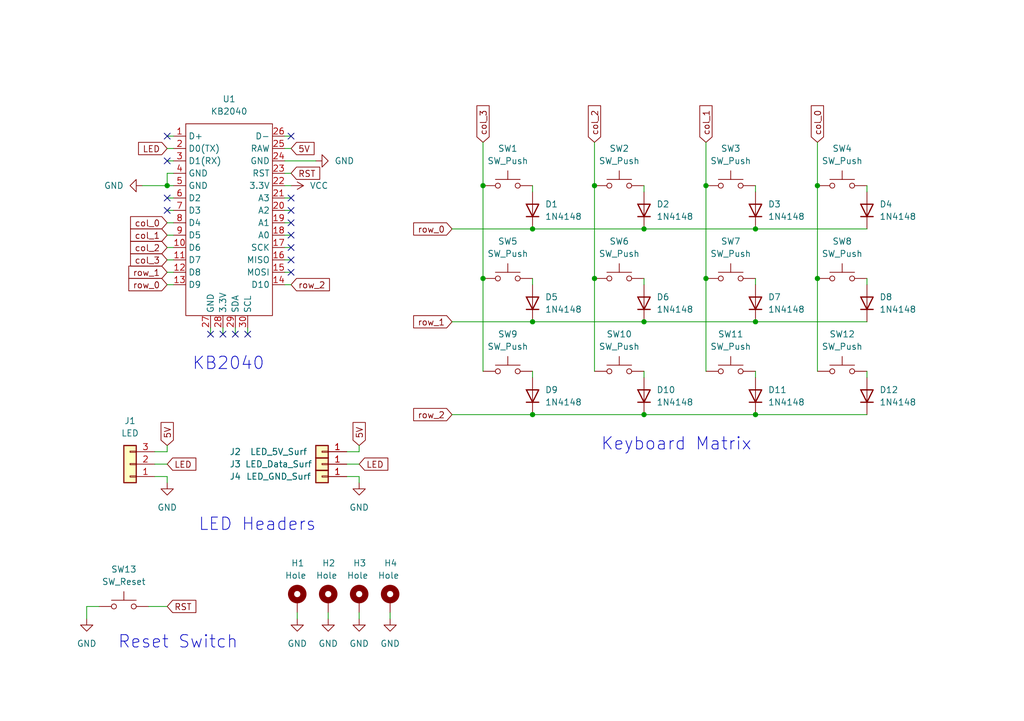
<source format=kicad_sch>
(kicad_sch (version 20211123) (generator eeschema)
  (paper "A5")
  (title_block (title "BackRowPad Schematic") (date "2023-03-19") (rev "0"))
  (lib_symbols
    (symbol "Connector_Generic:Conn_01x01" (pin_names (offset 1.016) hide)
      (property "Reference" "J" (at 0 2.54 0))
      (property "Value" "Conn_01x01" (at 0 -2.54 0))
      (symbol "Conn_01x01_1_1"
        (rectangle (start -1.27 0.127) (end 0 -0.127) (stroke (width 0.1524)))
        (rectangle (start -1.27 1.27) (end 1.27 -1.27) (stroke (width 0.254)) (fill (type background)))
        (pin passive line (at -5.08 0 0) (length 3.81) (name "Pin_1") (number "1"))
      )
    )
    (symbol "Connector_Generic:Conn_01x03" (pin_names (offset 1.016) hide)
      (property "Reference" "J" (at 0 5.08 0))
      (property "Value" "Conn_01x03" (at 0 -5.08 0))
      (symbol "Conn_01x03_1_1"
        (rectangle (start -1.27 -2.413) (end 0 -2.667) (stroke (width 0.1524)))
        (rectangle (start -1.27 0.127) (end 0 -0.127) (stroke (width 0.1524)))
        (rectangle (start -1.27 2.667) (end 0 2.413) (stroke (width 0.1524)))
        (rectangle (start -1.27 3.81) (end 1.27 -3.81) (stroke (width 0.254)) (fill (type background)))
        (pin passive line (at -5.08 2.54 0) (length 3.81) (name "Pin_1") (number "1"))
        (pin passive line (at -5.08 0 0) (length 3.81) (name "Pin_2") (number "2"))
        (pin passive line (at -5.08 -2.54 0) (length 3.81) (name "Pin_3") (number "3"))
      )
    )
    (symbol "Diode:1N4148" (pin_numbers hide) (pin_names hide)
      (property "Reference" "D" (at 0 2.54 0))
      (property "Value" "1N4148" (at 0 -2.54 0))
      (symbol "1N4148_0_1"
        (polyline (pts (xy -1.27 1.27) (xy -1.27 -1.27)) (stroke (width 0.254)))
        (polyline (pts (xy 1.27 0) (xy -1.27 0)))
        (polyline (pts (xy 1.27 1.27) (xy 1.27 -1.27) (xy -1.27 0) (xy 1.27 1.27)) (stroke (width 0.254)))
      )
      (symbol "1N4148_1_1"
        (pin passive line (at -3.81 0 0) (length 2.54) (name "K") (number "1"))
        (pin passive line (at 3.81 0 180) (length 2.54) (name "A") (number "2"))
      )
    )
    (symbol "Mechanical:MountingHole_Pad" (pin_numbers hide) (pin_names (offset 1.016) hide)
      (property "Reference" "H" (at 0 6.35 0))
      (property "Value" "MountingHole_Pad" (at 0 4.445 0))
      (symbol "MountingHole_Pad_0_1"
        (circle (center 0 1.27) (radius 1.27) (stroke (width 1.27)))
      )
      (symbol "MountingHole_Pad_1_1"
        (pin input line (at 0 -2.54 90) (length 2.54) (name "1") (number "1"))
      )
    )
    (symbol "RaspberryPi:KB2040"
      (property "Reference" "U" (at 0 20.32 0))
      (property "Value" "KB2040" (at 0 16.51 0))
      (symbol "KB2040_0_1"
        (rectangle (start -8.89 17.78) (end 8.89 -21.59))
      )
      (symbol "KB2040_1_1"
        (pin passive line (at -11.43 15.24 0) (length 2.54) (name "D+") (number "1"))
        (pin passive line (at -11.43 -7.62 0) (length 2.54) (name "D6") (number "10"))
        (pin passive line (at -11.43 -10.16 0) (length 2.54) (name "D7") (number "11"))
        (pin passive line (at -11.43 -12.7 0) (length 2.54) (name "D8") (number "12"))
        (pin passive line (at -11.43 -15.24 0) (length 2.54) (name "D9") (number "13"))
        (pin passive line (at 11.43 -15.24 180) (length 2.54) (name "D10") (number "14"))
        (pin passive line (at 11.43 -12.7 180) (length 2.54) (name "MOSI") (number "15"))
        (pin passive line (at 11.43 -10.16 180) (length 2.54) (name "MISO") (number "16"))
        (pin passive line (at 11.43 -7.62 180) (length 2.54) (name "SCK") (number "17"))
        (pin passive line (at 11.43 -5.08 180) (length 2.54) (name "A0") (number "18"))
        (pin passive line (at 11.43 -2.54 180) (length 2.54) (name "A1") (number "19"))
        (pin passive line (at -11.43 12.7 0) (length 2.54) (name "D0(TX)") (number "2"))
        (pin passive line (at 11.43 0 180) (length 2.54) (name "A2") (number "20"))
        (pin passive line (at 11.43 2.54 180) (length 2.54) (name "A3") (number "21"))
        (pin passive line (at 11.43 5.08 180) (length 2.54) (name "3.3V") (number "22"))
        (pin passive line (at 11.43 7.62 180) (length 2.54) (name "RST") (number "23"))
        (pin passive line (at 11.43 10.16 180) (length 2.54) (name "GND") (number "24"))
        (pin passive line (at 11.43 12.7 180) (length 2.54) (name "RAW") (number "25"))
        (pin passive line (at 11.43 15.24 180) (length 2.54) (name "D-") (number "26"))
        (pin passive line (at -3.81 -24.13 90) (length 2.54) (name "GND") (number "27"))
        (pin passive line (at -1.27 -24.13 90) (length 2.54) (name "3.3V") (number "28"))
        (pin passive line (at 1.27 -24.13 90) (length 2.54) (name "SDA") (number "29"))
        (pin passive line (at -11.43 10.16 0) (length 2.54) (name "D1(RX)") (number "3"))
        (pin passive line (at 3.81 -24.13 90) (length 2.54) (name "SCL") (number "30"))
        (pin passive line (at -11.43 7.62 0) (length 2.54) (name "GND") (number "4"))
        (pin passive line (at -11.43 5.08 0) (length 2.54) (name "GND") (number "5"))
        (pin passive line (at -11.43 2.54 0) (length 2.54) (name "D2") (number "6"))
        (pin passive line (at -11.43 0 0) (length 2.54) (name "D3") (number "7"))
        (pin passive line (at -11.43 -2.54 0) (length 2.54) (name "D4") (number "8"))
        (pin passive line (at -11.43 -5.08 0) (length 2.54) (name "D5") (number "9"))
      )
    )
    (symbol "Switch:SW_Push" (pin_numbers hide) (pin_names (offset 1.016) hide)
      (property "Reference" "SW" (at 1.27 2.54 0))
      (property "Value" "SW_Push" (at 0 -1.524 0))
      (symbol "SW_Push_0_1"
        (circle (center -2.032 0) (radius 0.508))
        (polyline (pts (xy 0 1.27) (xy 0 3.048)))
        (polyline (pts (xy 2.54 1.27) (xy -2.54 1.27)))
        (circle (center 2.032 0) (radius 0.508))
        (pin passive line (at -5.08 0 0) (length 2.54) (name "1") (number "1"))
        (pin passive line (at 5.08 0 180) (length 2.54) (name "2") (number "2"))
      )
    )
    (symbol "power:GND" (power) (pin_names (offset 0))
      (property "Value" "GND" (at 0 -3.81 0))
      (symbol "GND_0_1"
        (polyline (pts (xy 0 0) (xy 0 -1.27) (xy 1.27 -1.27) (xy 0 -2.54) (xy -1.27 -1.27) (xy 0 -1.27)))
      )
      (symbol "GND_1_1"
        (pin power_in line (at 0 0 270) (length 0) hide (name "GND") (number "1"))
      )
    )
    (symbol "power:PWR_FLAG" (power) (pin_numbers hide) (pin_names (offset 0) hide)
      (property "Value" "PWR_FLAG" (at 0 3.81 0))
      (symbol "PWR_FLAG_0_0"
        (pin power_out line (at 0 0 90) (length 0) (name "pwr") (number "1"))
      )
      (symbol "PWR_FLAG_0_1"
        (polyline (pts (xy 0 0) (xy 0 1.27) (xy -1.016 1.905) (xy 0 2.54) (xy 1.016 1.905) (xy 0 1.27)))
      )
    )
    (symbol "power:VCC" (power) (pin_names (offset 0))
      (property "Value" "VCC" (at 0 3.81 0))
      (symbol "VCC_0_1"
        (polyline (pts (xy -0.762 1.27) (xy 0 2.54)))
        (polyline (pts (xy 0 0) (xy 0 2.54)))
        (polyline (pts (xy 0 2.54) (xy 0.762 1.27)))
      )
      (symbol "VCC_1_1"
        (pin power_in line (at 0 0 90) (length 0) hide (name "VCC") (number "1"))
      )
    )
  )
  (junction (at 154.94 85.09))
  (junction (at 99.06 57.15))
  (junction (at 109.22 85.09))
  (junction (at 167.64 38.1))
  (junction (at 34.29 38.1))
  (junction (at 154.94 46.99))
  (junction (at 144.78 57.15))
  (junction (at 144.78 38.1))
  (junction (at 154.94 66.04))
  (junction (at 109.22 46.99))
  (junction (at 109.22 66.04))
  (junction (at 132.08 85.09))
  (junction (at 99.06 38.1))
  (junction (at 121.92 57.15))
  (junction (at 132.08 66.04))
  (junction (at 167.64 57.15))
  (junction (at 121.92 38.1))
  (junction (at 132.08 46.99))
  (no_connect (at 59.69 50.8))
  (no_connect (at 59.69 27.94))
  (no_connect (at 59.69 45.72))
  (no_connect (at 59.69 55.88))
  (no_connect (at 59.69 43.18))
  (no_connect (at 59.69 40.64))
  (no_connect (at 48.26 68.58))
  (no_connect (at 45.72 68.58))
  (no_connect (at 43.18 68.58))
  (no_connect (at 59.69 53.34))
  (no_connect (at 50.8 68.58))
  (no_connect (at 34.29 43.18))
  (no_connect (at 34.29 33.02))
  (no_connect (at 34.29 27.94))
  (no_connect (at 34.29 40.64))
  (no_connect (at 59.69 48.26))
  (wire (pts (xy 71.12 92.71) (xy 73.66 92.71)))
  (wire (pts (xy 144.78 29.21) (xy 144.78 38.1)))
  (wire (pts (xy 17.78 124.46) (xy 17.78 127)))
  (wire (pts (xy 34.29 43.18) (xy 35.56 43.18)))
  (wire (pts (xy 31.75 97.79) (xy 34.29 97.79)))
  (wire (pts (xy 276.86 152.4) (xy 276.86 157.48)))
  (wire (pts (xy 154.94 76.2) (xy 154.94 77.47)))
  (wire (pts (xy 58.42 58.42) (xy 59.69 58.42)))
  (wire (pts (xy 20.32 124.46) (xy 17.78 124.46)))
  (wire (pts (xy 31.75 92.71) (xy 34.29 92.71)))
  (wire (pts (xy 43.18 67.31) (xy 43.18 68.58)))
  (wire (pts (xy 34.29 97.79) (xy 34.29 99.06)))
  (wire (pts (xy 154.94 66.04) (xy 177.8 66.04)))
  (wire (pts (xy 34.29 40.64) (xy 35.56 40.64)))
  (wire (pts (xy 73.66 125.73) (xy 73.66 127)))
  (wire (pts (xy 167.64 29.21) (xy 167.64 38.1)))
  (wire (pts (xy 167.64 57.15) (xy 167.64 76.2)))
  (wire (pts (xy 35.56 35.56) (xy 34.29 35.56)))
  (wire (pts (xy 132.08 38.1) (xy 132.08 39.37)))
  (wire (pts (xy 144.78 38.1) (xy 144.78 57.15)))
  (wire (pts (xy 34.29 33.02) (xy 35.56 33.02)))
  (wire (pts (xy 132.08 46.99) (xy 154.94 46.99)))
  (wire (pts (xy 71.12 95.25) (xy 73.66 95.25)))
  (wire (pts (xy 58.42 43.18) (xy 59.69 43.18)))
  (wire (pts (xy 109.22 76.2) (xy 109.22 77.47)))
  (wire (pts (xy 34.29 38.1) (xy 35.56 38.1)))
  (wire (pts (xy 34.29 35.56) (xy 34.29 38.1)))
  (wire (pts (xy 154.94 38.1) (xy 154.94 39.37)))
  (wire (pts (xy 34.29 48.26) (xy 35.56 48.26)))
  (wire (pts (xy 132.08 85.09) (xy 154.94 85.09)))
  (wire (pts (xy 58.42 45.72) (xy 59.69 45.72)))
  (wire (pts (xy 92.71 66.04) (xy 109.22 66.04)))
  (wire (pts (xy 71.12 97.79) (xy 73.66 97.79)))
  (wire (pts (xy 109.22 38.1) (xy 109.22 39.37)))
  (wire (pts (xy 99.06 38.1) (xy 99.06 57.15)))
  (wire (pts (xy 60.96 125.73) (xy 60.96 127)))
  (wire (pts (xy 34.29 92.71) (xy 34.29 91.44)))
  (wire (pts (xy 154.94 85.09) (xy 177.8 85.09)))
  (wire (pts (xy 45.72 67.31) (xy 45.72 68.58)))
  (wire (pts (xy 48.26 67.31) (xy 48.26 68.58)))
  (wire (pts (xy 34.29 53.34) (xy 35.56 53.34)))
  (wire (pts (xy 132.08 66.04) (xy 154.94 66.04)))
  (wire (pts (xy 73.66 92.71) (xy 73.66 91.44)))
  (wire (pts (xy 132.08 57.15) (xy 132.08 58.42)))
  (wire (pts (xy 167.64 38.1) (xy 167.64 57.15)))
  (wire (pts (xy 58.42 53.34) (xy 59.69 53.34)))
  (wire (pts (xy 58.42 55.88) (xy 59.69 55.88)))
  (wire (pts (xy 58.42 30.48) (xy 59.69 30.48)))
  (wire (pts (xy 58.42 50.8) (xy 59.69 50.8)))
  (wire (pts (xy 99.06 57.15) (xy 99.06 76.2)))
  (wire (pts (xy 265.43 152.4) (xy 265.43 157.48)))
  (wire (pts (xy 109.22 85.09) (xy 132.08 85.09)))
  (wire (pts (xy 34.29 55.88) (xy 35.56 55.88)))
  (wire (pts (xy 58.42 27.94) (xy 59.69 27.94)))
  (wire (pts (xy 34.29 45.72) (xy 35.56 45.72)))
  (wire (pts (xy 177.8 57.15) (xy 177.8 58.42)))
  (wire (pts (xy 92.71 46.99) (xy 109.22 46.99)))
  (wire (pts (xy 132.08 76.2) (xy 132.08 77.47)))
  (wire (pts (xy 31.75 95.25) (xy 34.29 95.25)))
  (wire (pts (xy 121.92 57.15) (xy 121.92 76.2)))
  (wire (pts (xy 121.92 29.21) (xy 121.92 38.1)))
  (wire (pts (xy 58.42 35.56) (xy 59.69 35.56)))
  (wire (pts (xy 67.31 125.73) (xy 67.31 127)))
  (wire (pts (xy 50.8 67.31) (xy 50.8 68.58)))
  (wire (pts (xy 34.29 50.8) (xy 35.56 50.8)))
  (wire (pts (xy 109.22 57.15) (xy 109.22 58.42)))
  (wire (pts (xy 99.06 29.21) (xy 99.06 38.1)))
  (wire (pts (xy 34.29 58.42) (xy 35.56 58.42)))
  (wire (pts (xy 73.66 97.79) (xy 73.66 99.06)))
  (wire (pts (xy 34.29 30.48) (xy 35.56 30.48)))
  (wire (pts (xy 58.42 38.1) (xy 59.69 38.1)))
  (wire (pts (xy 30.48 124.46) (xy 34.29 124.46)))
  (wire (pts (xy 58.42 33.02) (xy 64.77 33.02)))
  (wire (pts (xy 144.78 57.15) (xy 144.78 76.2)))
  (wire (pts (xy 121.92 38.1) (xy 121.92 57.15)))
  (wire (pts (xy 80.01 125.73) (xy 80.01 127)))
  (wire (pts (xy 154.94 46.99) (xy 177.8 46.99)))
  (wire (pts (xy 58.42 48.26) (xy 59.69 48.26)))
  (wire (pts (xy 109.22 46.99) (xy 132.08 46.99)))
  (wire (pts (xy 177.8 76.2) (xy 177.8 77.47)))
  (wire (pts (xy 154.94 57.15) (xy 154.94 58.42)))
  (wire (pts (xy 109.22 66.04) (xy 132.08 66.04)))
  (wire (pts (xy 92.71 85.09) (xy 109.22 85.09)))
  (wire (pts (xy 29.21 38.1) (xy 34.29 38.1)))
  (wire (pts (xy 177.8 38.1) (xy 177.8 39.37)))
  (wire (pts (xy 34.29 27.94) (xy 35.56 27.94)))
  (wire (pts (xy 58.42 40.64) (xy 59.69 40.64)))
  (text "Keyboard Matrix" (at 123.19 92.71 0) (effects (font (size 2.54 2.54)) (justify left bottom)))
  (text "Reset Switch" (at 24.13 133.35 0) (effects (font (size 2.54 2.54)) (justify left bottom)))
  (text "LED Headers" (at 40.64 109.22 0) (effects (font (size 2.54 2.54)) (justify left bottom)))
  (text "KB2040" (at 39.37 76.2 0) (effects (font (size 2.54 2.54)) (justify left bottom)))
  (global_label "5V" (shape input) (at 34.29 91.44 90) (property "Intersheet References" "${INTERSHEET_REFS}" (effects hide)))
  (global_label "col_0" (shape input) (at 34.29 45.72 180) (property "Intersheet References" "${INTERSHEET_REFS}" (effects hide)))
  (global_label "col_2" (shape input) (at 121.92 29.21 90) (property "Intersheet References" "${INTERSHEET_REFS}" (effects hide)))
  (global_label "row_0" (shape input) (at 92.71 46.99 180) (property "Intersheet References" "${INTERSHEET_REFS}" (effects hide)))
  (global_label "row_2" (shape input) (at 59.69 58.42 0) (property "Intersheet References" "${INTERSHEET_REFS}" (effects hide)))
  (global_label "RST" (shape input) (at 59.69 35.56 0) (property "Intersheet References" "${INTERSHEET_REFS}" (effects hide)))
  (global_label "col_0" (shape input) (at 167.64 29.21 90) (property "Intersheet References" "${INTERSHEET_REFS}" (effects hide)))
  (global_label "row_1" (shape input) (at 34.29 55.88 180) (property "Intersheet References" "${INTERSHEET_REFS}" (effects hide)))
  (global_label "5V" (shape input) (at 59.69 30.48 0) (property "Intersheet References" "${INTERSHEET_REFS}" (effects hide)))
  (global_label "LED" (shape input) (at 73.66 95.25 0) (property "Intersheet References" "${INTERSHEET_REFS}" (effects hide)))
  (global_label "col_1" (shape input) (at 34.29 48.26 180) (property "Intersheet References" "${INTERSHEET_REFS}" (effects hide)))
  (global_label "col_1" (shape input) (at 144.78 29.21 90) (property "Intersheet References" "${INTERSHEET_REFS}" (effects hide)))
  (global_label "RST" (shape input) (at 34.29 124.46 0) (property "Intersheet References" "${INTERSHEET_REFS}" (effects hide)))
  (global_label "row_1" (shape input) (at 92.71 66.04 180) (property "Intersheet References" "${INTERSHEET_REFS}" (effects hide)))
  (global_label "row_2" (shape input) (at 92.71 85.09 180) (property "Intersheet References" "${INTERSHEET_REFS}" (effects hide)))
  (global_label "5V" (shape input) (at 73.66 91.44 90) (property "Intersheet References" "${INTERSHEET_REFS}" (effects hide)))
  (global_label "LED" (shape input) (at 34.29 95.25 0) (property "Intersheet References" "${INTERSHEET_REFS}" (effects hide)))
  (global_label "col_2" (shape input) (at 34.29 50.8 180) (property "Intersheet References" "${INTERSHEET_REFS}" (effects hide)))
  (global_label "row_0" (shape input) (at 34.29 58.42 180) (property "Intersheet References" "${INTERSHEET_REFS}" (effects hide)))
  (global_label "col_3" (shape input) (at 99.06 29.21 90) (property "Intersheet References" "${INTERSHEET_REFS}" (effects hide)))
  (global_label "LED" (shape input) (at 34.29 30.48 180) (property "Intersheet References" "${INTERSHEET_REFS}" (effects hide)))
  (global_label "col_3" (shape input) (at 34.29 53.34 180) (property "Intersheet References" "${INTERSHEET_REFS}" (effects hide)))
  (symbol (lib_id "Diode:1N4148") (at 132.08 81.28 90) (unit 1)
    (property "Reference" "D10" (at 134.62 80.0099 90) (effects (justify right)))
    (property "Value" "1N4148" (at 134.62 82.5499 90) (effects (justify right)))
    (property "Footprint" "Diode_THT:D_DO-35_SOD27_P7.62mm_Horizontal" (effects hide))
    (property "Datasheet" "https://assets.nexperia.com/documents/data-sheet/1N4148_1N4448.pdf" (effects hide))
  )
  (symbol (lib_id "Diode:1N4148") (at 132.08 43.18 90) (unit 1)
    (property "Reference" "D2" (at 134.62 41.9099 90) (effects (justify right)))
    (property "Value" "1N4148" (at 134.62 44.4499 90) (effects (justify right)))
    (property "Footprint" "Diode_THT:D_DO-35_SOD27_P7.62mm_Horizontal" (effects hide))
    (property "Datasheet" "https://assets.nexperia.com/documents/data-sheet/1N4148_1N4448.pdf" (effects hide))
  )
  (symbol (lib_id "RaspberryPi:KB2040") (at 46.99 43.18 0) (unit 1)
    (property "Reference" "U1" (at 46.99 20.32 0))
    (property "Value" "KB2040" (at 46.99 22.86 0))
    (property "Footprint" "RaspberryPi:KB2040" (effects hide))
  )
  (symbol (lib_id "Mechanical:MountingHole_Pad") (at 73.66 123.19 0) (unit 1)
    (property "Reference" "H3" (at 72.39 115.57 0) (effects (justify left)))
    (property "Value" "Hole" (at 71.12 118.11 0) (effects (justify left)))
    (property "Footprint" "MountingHole:MountingHole_2.2mm_M2_Pad_TopBottom" (effects hide))
  )
  (symbol (lib_id "Switch:SW_Push") (at 104.14 57.15 0) (unit 1)
    (property "Reference" "SW5" (at 104.14 49.53 0))
    (property "Value" "SW_Push" (at 104.14 52.07 0))
    (property "Footprint" "Keyswitches:Kailh_socket_MX_optional" (effects hide))
  )
  (symbol (lib_id "Switch:SW_Push") (at 127 76.2 0) (unit 1)
    (property "Reference" "SW10" (at 127 68.58 0))
    (property "Value" "SW_Push" (at 127 71.12 0))
    (property "Footprint" "Keyswitches:Kailh_socket_MX_optional" (effects hide))
  )
  (symbol (lib_id "Connector_Generic:Conn_01x01") (at 66.04 95.25 180) (unit 1)
    (property "Reference" "J3" (at 48.26 95.25 0))
    (property "Value" "LED_Data_Surf" (at 57.15 95.25 0))
    (property "Footprint" "Connector_Wire:SolderWirePad_1x01_SMD_1x2mm" (effects hide))
  )
  (symbol (lib_id "Switch:SW_Push") (at 172.72 38.1 0) (unit 1)
    (property "Reference" "SW4" (at 172.72 30.48 0))
    (property "Value" "SW_Push" (at 172.72 33.02 0))
    (property "Footprint" "Keyswitches:Kailh_socket_MX_optional" (effects hide))
  )
  (symbol (lib_id "Switch:SW_Push") (at 172.72 57.15 0) (unit 1)
    (property "Reference" "SW8" (at 172.72 49.53 0))
    (property "Value" "SW_Push" (at 172.72 52.07 0))
    (property "Footprint" "Keyswitches:Kailh_socket_MX_optional" (effects hide))
  )
  (symbol (lib_id "power:GND") (at 34.29 99.06 0) (unit 1)
    (property "Reference" "#PWR05" (effects hide))
    (property "Value" "GND" (at 34.29 104.14 0))
  )
  (symbol (lib_id "Switch:SW_Push") (at 25.4 124.46 0) (unit 1)
    (property "Reference" "SW13" (at 25.4 116.84 0))
    (property "Value" "SW_Reset" (at 25.4 119.38 0))
    (property "Footprint" "button_pts636_tht:SW_PTS636_THT" (effects hide))
  )
  (symbol (lib_id "Switch:SW_Push") (at 127 38.1 0) (unit 1)
    (property "Reference" "SW2" (at 127 30.48 0))
    (property "Value" "SW_Push" (at 127 33.02 0))
    (property "Footprint" "Keyswitches:Kailh_socket_MX_optional" (effects hide))
  )
  (symbol (lib_id "power:GND") (at 67.31 127 0) (unit 1)
    (property "Reference" "#PWR0102" (effects hide))
    (property "Value" "GND" (at 67.31 132.08 0))
  )
  (symbol (lib_id "Switch:SW_Push") (at 104.14 38.1 0) (unit 1)
    (property "Reference" "SW1" (at 104.14 30.48 0))
    (property "Value" "SW_Push" (at 104.14 33.02 0))
    (property "Footprint" "Keyswitches:Kailh_socket_MX_optional" (effects hide))
  )
  (symbol (lib_id "Mechanical:MountingHole_Pad") (at 80.01 123.19 0) (unit 1)
    (property "Reference" "H4" (at 78.74 115.57 0) (effects (justify left)))
    (property "Value" "Hole" (at 77.47 118.11 0) (effects (justify left)))
    (property "Footprint" "MountingHole:MountingHole_2.2mm_M2_Pad_TopBottom" (effects hide))
  )
  (symbol (lib_id "power:PWR_FLAG") (at 265.43 152.4 0) (unit 1)
    (property "Reference" "#FLG01" (effects hide))
    (property "Value" "PWR_FLAG" (at 265.43 147.32 0))
  )
  (symbol (lib_id "Connector_Generic:Conn_01x01") (at 66.04 97.79 180) (unit 1)
    (property "Reference" "J4" (at 48.26 97.79 0))
    (property "Value" "LED_GND_Surf" (at 57.15 97.79 0))
    (property "Footprint" "Connector_Wire:SolderWirePad_1x01_SMD_1x2mm" (effects hide))
  )
  (symbol (lib_id "Diode:1N4148") (at 177.8 62.23 90) (unit 1)
    (property "Reference" "D8" (at 180.34 60.9599 90) (effects (justify right)))
    (property "Value" "1N4148" (at 180.34 63.4999 90) (effects (justify right)))
    (property "Footprint" "Diode_THT:D_DO-35_SOD27_P7.62mm_Horizontal" (effects hide))
    (property "Datasheet" "https://assets.nexperia.com/documents/data-sheet/1N4148_1N4448.pdf" (effects hide))
  )
  (symbol (lib_id "Switch:SW_Push") (at 172.72 76.2 0) (unit 1)
    (property "Reference" "SW12" (at 172.72 68.58 0))
    (property "Value" "SW_Push" (at 172.72 71.12 0))
    (property "Footprint" "Keyswitches:Kailh_socket_MX_optional" (effects hide))
  )
  (symbol (lib_id "Connector_Generic:Conn_01x01") (at 66.04 92.71 180) (unit 1)
    (property "Reference" "J2" (at 48.26 92.71 0))
    (property "Value" "LED_5V_Surf" (at 57.15 92.71 0))
    (property "Footprint" "Connector_Wire:SolderWirePad_1x01_SMD_1x2mm" (effects hide))
  )
  (symbol (lib_id "power:PWR_FLAG") (at 276.86 152.4 0) (unit 1)
    (property "Reference" "#FLG02" (effects hide))
    (property "Value" "PWR_FLAG" (at 276.86 147.32 0))
  )
  (symbol (lib_id "Diode:1N4148") (at 154.94 62.23 90) (unit 1)
    (property "Reference" "D7" (at 157.48 60.9599 90) (effects (justify right)))
    (property "Value" "1N4148" (at 157.48 63.4999 90) (effects (justify right)))
    (property "Footprint" "Diode_THT:D_DO-35_SOD27_P7.62mm_Horizontal" (effects hide))
    (property "Datasheet" "https://assets.nexperia.com/documents/data-sheet/1N4148_1N4448.pdf" (effects hide))
  )
  (symbol (lib_id "Switch:SW_Push") (at 149.86 57.15 0) (unit 1)
    (property "Reference" "SW7" (at 149.86 49.53 0))
    (property "Value" "SW_Push" (at 149.86 52.07 0))
    (property "Footprint" "Keyswitches:Kailh_socket_MX_optional" (effects hide))
  )
  (symbol (lib_id "power:GND") (at 29.21 38.1 270) (unit 1)
    (property "Reference" "#PWR02" (effects hide))
    (property "Value" "GND" (at 25.4 38.0999 90) (effects (justify right)))
  )
  (symbol (lib_id "Switch:SW_Push") (at 104.14 76.2 0) (unit 1)
    (property "Reference" "SW9" (at 104.14 68.58 0))
    (property "Value" "SW_Push" (at 104.14 71.12 0))
    (property "Footprint" "Keyswitches:Kailh_socket_MX_optional" (effects hide))
  )
  (symbol (lib_id "Switch:SW_Push") (at 149.86 76.2 0) (unit 1)
    (property "Reference" "SW11" (at 149.86 68.58 0))
    (property "Value" "SW_Push" (at 149.86 71.12 0))
    (property "Footprint" "Keyswitches:Kailh_socket_MX_optional" (effects hide))
  )
  (symbol (lib_id "power:GND") (at 64.77 33.02 90) (unit 1)
    (property "Reference" "#PWR01" (effects hide))
    (property "Value" "GND" (at 68.58 33.0199 90) (effects (justify right)))
  )
  (symbol (lib_id "power:VCC") (at 265.43 157.48 180) (unit 1)
    (property "Reference" "#PWR06" (effects hide))
    (property "Value" "VCC" (at 265.43 162.56 0))
  )
  (symbol (lib_id "Connector_Generic:Conn_01x03") (at 26.67 95.25 180) (unit 1)
    (property "Reference" "J1" (at 26.67 86.36 0))
    (property "Value" "LED" (at 26.67 88.9 0))
    (property "Footprint" "Connector_PinHeader_2.54mm:PinHeader_1x03_P2.54mm_Vertical" (effects hide))
  )
  (symbol (lib_id "Mechanical:MountingHole_Pad") (at 67.31 123.19 0) (unit 1)
    (property "Reference" "H2" (at 66.04 115.57 0) (effects (justify left)))
    (property "Value" "Hole" (at 64.77 118.11 0) (effects (justify left)))
    (property "Footprint" "MountingHole:MountingHole_2.2mm_M2_Pad_TopBottom" (effects hide))
  )
  (symbol (lib_id "Mechanical:MountingHole_Pad") (at 60.96 123.19 0) (unit 1)
    (property "Reference" "H1" (at 59.69 115.57 0) (effects (justify left)))
    (property "Value" "Hole" (at 58.42 118.11 0) (effects (justify left)))
    (property "Footprint" "MountingHole:MountingHole_2.2mm_M2_Pad_TopBottom" (effects hide))
  )
  (symbol (lib_id "Diode:1N4148") (at 132.08 62.23 90) (unit 1)
    (property "Reference" "D6" (at 134.62 60.9599 90) (effects (justify right)))
    (property "Value" "1N4148" (at 134.62 63.4999 90) (effects (justify right)))
    (property "Footprint" "Diode_THT:D_DO-35_SOD27_P7.62mm_Horizontal" (effects hide))
    (property "Datasheet" "https://assets.nexperia.com/documents/data-sheet/1N4148_1N4448.pdf" (effects hide))
  )
  (symbol (lib_id "Switch:SW_Push") (at 127 57.15 0) (unit 1)
    (property "Reference" "SW6" (at 127 49.53 0))
    (property "Value" "SW_Push" (at 127 52.07 0))
    (property "Footprint" "Keyswitches:Kailh_socket_MX_optional" (effects hide))
  )
  (symbol (lib_id "Diode:1N4148") (at 177.8 81.28 90) (unit 1)
    (property "Reference" "D12" (at 180.34 80.0099 90) (effects (justify right)))
    (property "Value" "1N4148" (at 180.34 82.5499 90) (effects (justify right)))
    (property "Footprint" "Diode_THT:D_DO-35_SOD27_P7.62mm_Horizontal" (effects hide))
    (property "Datasheet" "https://assets.nexperia.com/documents/data-sheet/1N4148_1N4448.pdf" (effects hide))
  )
  (symbol (lib_id "Diode:1N4148") (at 109.22 81.28 90) (unit 1)
    (property "Reference" "D9" (at 111.76 80.0099 90) (effects (justify right)))
    (property "Value" "1N4148" (at 111.76 82.5499 90) (effects (justify right)))
    (property "Footprint" "Diode_THT:D_DO-35_SOD27_P7.62mm_Horizontal" (effects hide))
    (property "Datasheet" "https://assets.nexperia.com/documents/data-sheet/1N4148_1N4448.pdf" (effects hide))
  )
  (symbol (lib_id "Diode:1N4148") (at 154.94 43.18 90) (unit 1)
    (property "Reference" "D3" (at 157.48 41.9099 90) (effects (justify right)))
    (property "Value" "1N4148" (at 157.48 44.4499 90) (effects (justify right)))
    (property "Footprint" "Diode_THT:D_DO-35_SOD27_P7.62mm_Horizontal" (effects hide))
    (property "Datasheet" "https://assets.nexperia.com/documents/data-sheet/1N4148_1N4448.pdf" (effects hide))
  )
  (symbol (lib_id "power:GND") (at 73.66 127 0) (unit 1)
    (property "Reference" "#PWR0101" (effects hide))
    (property "Value" "GND" (at 73.66 132.08 0))
  )
  (symbol (lib_id "Diode:1N4148") (at 109.22 43.18 90) (unit 1)
    (property "Reference" "D1" (at 111.76 41.9099 90) (effects (justify right)))
    (property "Value" "1N4148" (at 111.76 44.4499 90) (effects (justify right)))
    (property "Footprint" "Diode_THT:D_DO-35_SOD27_P7.62mm_Horizontal" (effects hide))
    (property "Datasheet" "https://assets.nexperia.com/documents/data-sheet/1N4148_1N4448.pdf" (effects hide))
  )
  (symbol (lib_id "power:VCC") (at 59.69 38.1 270) (unit 1)
    (property "Reference" "#PWR03" (effects hide))
    (property "Value" "VCC" (at 63.5 38.0999 90) (effects (justify left)))
  )
  (symbol (lib_id "power:GND") (at 276.86 157.48 0) (unit 1)
    (property "Reference" "#PWR07" (effects hide))
    (property "Value" "GND" (at 276.86 162.56 0))
  )
  (symbol (lib_id "power:GND") (at 60.96 127 0) (unit 1)
    (property "Reference" "#PWR0103" (effects hide))
    (property "Value" "GND" (at 60.96 132.08 0))
  )
  (symbol (lib_id "Diode:1N4148") (at 154.94 81.28 90) (unit 1)
    (property "Reference" "D11" (at 157.48 80.0099 90) (effects (justify right)))
    (property "Value" "1N4148" (at 157.48 82.5499 90) (effects (justify right)))
    (property "Footprint" "Diode_THT:D_DO-35_SOD27_P7.62mm_Horizontal" (effects hide))
    (property "Datasheet" "https://assets.nexperia.com/documents/data-sheet/1N4148_1N4448.pdf" (effects hide))
  )
  (symbol (lib_id "power:GND") (at 73.66 99.06 0) (unit 1)
    (property "Reference" "#PWR08" (effects hide))
    (property "Value" "GND" (at 73.66 104.14 0))
  )
  (symbol (lib_id "power:GND") (at 17.78 127 0) (unit 1)
    (property "Reference" "#PWR04" (effects hide))
    (property "Value" "GND" (at 17.78 132.08 0))
  )
  (symbol (lib_id "Diode:1N4148") (at 177.8 43.18 90) (unit 1)
    (property "Reference" "D4" (at 180.34 41.9099 90) (effects (justify right)))
    (property "Value" "1N4148" (at 180.34 44.4499 90) (effects (justify right)))
    (property "Footprint" "Diode_THT:D_DO-35_SOD27_P7.62mm_Horizontal" (effects hide))
    (property "Datasheet" "https://assets.nexperia.com/documents/data-sheet/1N4148_1N4448.pdf" (effects hide))
  )
  (symbol (lib_id "Diode:1N4148") (at 109.22 62.23 90) (unit 1)
    (property "Reference" "D5" (at 111.76 60.9599 90) (effects (justify right)))
    (property "Value" "1N4148" (at 111.76 63.4999 90) (effects (justify right)))
    (property "Footprint" "Diode_THT:D_DO-35_SOD27_P7.62mm_Horizontal" (effects hide))
    (property "Datasheet" "https://assets.nexperia.com/documents/data-sheet/1N4148_1N4448.pdf" (effects hide))
  )
  (symbol (lib_id "power:GND") (at 80.01 127 0) (unit 1)
    (property "Reference" "#PWR0104" (effects hide))
    (property "Value" "GND" (at 80.01 132.08 0))
  )
  (symbol (lib_id "Switch:SW_Push") (at 149.86 38.1 0) (unit 1)
    (property "Reference" "SW3" (at 149.86 30.48 0))
    (property "Value" "SW_Push" (at 149.86 33.02 0))
    (property "Footprint" "Keyswitches:Kailh_socket_MX_optional" (effects hide))
  )
)
</source>
